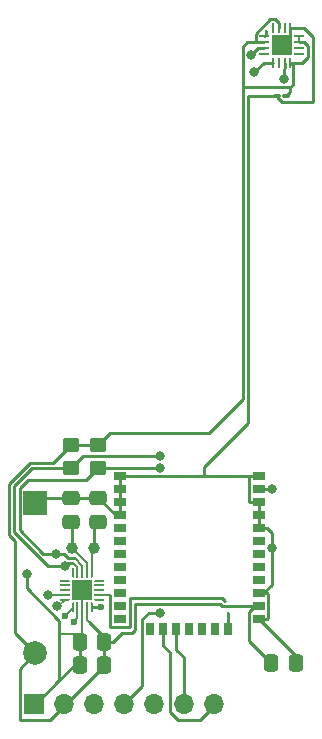
<source format=gtl>
G04 #@! TF.GenerationSoftware,KiCad,Pcbnew,8.0.2-8.0.2-0~ubuntu22.04.1*
G04 #@! TF.CreationDate,2024-06-04T22:33:19-06:00*
G04 #@! TF.ProjectId,sensor_sigfox_1.2,73656e73-6f72-45f7-9369-67666f785f31,rev?*
G04 #@! TF.SameCoordinates,Original*
G04 #@! TF.FileFunction,Copper,L1,Top*
G04 #@! TF.FilePolarity,Positive*
%FSLAX46Y46*%
G04 Gerber Fmt 4.6, Leading zero omitted, Abs format (unit mm)*
G04 Created by KiCad (PCBNEW 8.0.2-8.0.2-0~ubuntu22.04.1) date 2024-06-04 22:33:19*
%MOMM*%
%LPD*%
G01*
G04 APERTURE LIST*
G04 Aperture macros list*
%AMRoundRect*
0 Rectangle with rounded corners*
0 $1 Rounding radius*
0 $2 $3 $4 $5 $6 $7 $8 $9 X,Y pos of 4 corners*
0 Add a 4 corners polygon primitive as box body*
4,1,4,$2,$3,$4,$5,$6,$7,$8,$9,$2,$3,0*
0 Add four circle primitives for the rounded corners*
1,1,$1+$1,$2,$3*
1,1,$1+$1,$4,$5*
1,1,$1+$1,$6,$7*
1,1,$1+$1,$8,$9*
0 Add four rect primitives between the rounded corners*
20,1,$1+$1,$2,$3,$4,$5,0*
20,1,$1+$1,$4,$5,$6,$7,0*
20,1,$1+$1,$6,$7,$8,$9,0*
20,1,$1+$1,$8,$9,$2,$3,0*%
%AMFreePoly0*
4,1,14,0.334644,0.085355,0.385355,0.034644,0.400000,-0.000711,0.400000,-0.050000,0.385355,-0.085355,0.350000,-0.100000,-0.350000,-0.100000,-0.385355,-0.085355,-0.400000,-0.050000,-0.400000,0.050000,-0.385355,0.085355,-0.350000,0.100000,0.299289,0.100000,0.334644,0.085355,0.334644,0.085355,$1*%
%AMFreePoly1*
4,1,14,0.385355,0.085355,0.400000,0.050000,0.400000,0.000711,0.385355,-0.034644,0.334644,-0.085355,0.299289,-0.100000,-0.350000,-0.100000,-0.385355,-0.085355,-0.400000,-0.050000,-0.400000,0.050000,-0.385355,0.085355,-0.350000,0.100000,0.350000,0.100000,0.385355,0.085355,0.385355,0.085355,$1*%
%AMFreePoly2*
4,1,14,0.085355,0.385355,0.100000,0.350000,0.100000,-0.350000,0.085355,-0.385355,0.050000,-0.400000,-0.050000,-0.400000,-0.085355,-0.385355,-0.100000,-0.350000,-0.100000,0.299289,-0.085355,0.334644,-0.034644,0.385355,0.000711,0.400000,0.050000,0.400000,0.085355,0.385355,0.085355,0.385355,$1*%
%AMFreePoly3*
4,1,14,0.034644,0.385355,0.085355,0.334644,0.100000,0.299289,0.100000,-0.350000,0.085355,-0.385355,0.050000,-0.400000,-0.050000,-0.400000,-0.085355,-0.385355,-0.100000,-0.350000,-0.100000,0.350000,-0.085355,0.385355,-0.050000,0.400000,-0.000711,0.400000,0.034644,0.385355,0.034644,0.385355,$1*%
%AMFreePoly4*
4,1,14,0.385355,0.085355,0.400000,0.050000,0.400000,-0.050000,0.385355,-0.085355,0.350000,-0.100000,-0.299289,-0.100000,-0.334644,-0.085355,-0.385355,-0.034644,-0.400000,0.000711,-0.400000,0.050000,-0.385355,0.085355,-0.350000,0.100000,0.350000,0.100000,0.385355,0.085355,0.385355,0.085355,$1*%
%AMFreePoly5*
4,1,14,0.385355,0.085355,0.400000,0.050000,0.400000,-0.050000,0.385355,-0.085355,0.350000,-0.100000,-0.350000,-0.100000,-0.385355,-0.085355,-0.400000,-0.050000,-0.400000,-0.000711,-0.385355,0.034644,-0.334644,0.085355,-0.299289,0.100000,0.350000,0.100000,0.385355,0.085355,0.385355,0.085355,$1*%
%AMFreePoly6*
4,1,14,0.085355,0.385355,0.100000,0.350000,0.100000,-0.299289,0.085355,-0.334644,0.034644,-0.385355,-0.000711,-0.400000,-0.050000,-0.400000,-0.085355,-0.385355,-0.100000,-0.350000,-0.100000,0.350000,-0.085355,0.385355,-0.050000,0.400000,0.050000,0.400000,0.085355,0.385355,0.085355,0.385355,$1*%
%AMFreePoly7*
4,1,14,0.085355,0.385355,0.100000,0.350000,0.100000,-0.350000,0.085355,-0.385355,0.050000,-0.400000,0.000711,-0.400000,-0.034644,-0.385355,-0.085355,-0.334644,-0.100000,-0.299289,-0.100000,0.350000,-0.085355,0.385355,-0.050000,0.400000,0.050000,0.400000,0.085355,0.385355,0.085355,0.385355,$1*%
G04 Aperture macros list end*
G04 #@! TA.AperFunction,ComponentPad*
%ADD10C,1.000000*%
G04 #@! TD*
G04 #@! TA.AperFunction,SMDPad,CuDef*
%ADD11RoundRect,0.250000X-0.337500X-0.475000X0.337500X-0.475000X0.337500X0.475000X-0.337500X0.475000X0*%
G04 #@! TD*
G04 #@! TA.AperFunction,SMDPad,CuDef*
%ADD12RoundRect,0.062500X-0.350000X-0.062500X0.350000X-0.062500X0.350000X0.062500X-0.350000X0.062500X0*%
G04 #@! TD*
G04 #@! TA.AperFunction,SMDPad,CuDef*
%ADD13RoundRect,0.062500X-0.062500X-0.350000X0.062500X-0.350000X0.062500X0.350000X-0.062500X0.350000X0*%
G04 #@! TD*
G04 #@! TA.AperFunction,SMDPad,CuDef*
%ADD14R,1.700000X1.700000*%
G04 #@! TD*
G04 #@! TA.AperFunction,SMDPad,CuDef*
%ADD15RoundRect,0.250000X0.450000X-0.350000X0.450000X0.350000X-0.450000X0.350000X-0.450000X-0.350000X0*%
G04 #@! TD*
G04 #@! TA.AperFunction,SMDPad,CuDef*
%ADD16RoundRect,0.100000X-0.217500X-0.100000X0.217500X-0.100000X0.217500X0.100000X-0.217500X0.100000X0*%
G04 #@! TD*
G04 #@! TA.AperFunction,SMDPad,CuDef*
%ADD17RoundRect,0.250000X-0.475000X0.337500X-0.475000X-0.337500X0.475000X-0.337500X0.475000X0.337500X0*%
G04 #@! TD*
G04 #@! TA.AperFunction,SMDPad,CuDef*
%ADD18RoundRect,0.250000X0.337500X0.475000X-0.337500X0.475000X-0.337500X-0.475000X0.337500X-0.475000X0*%
G04 #@! TD*
G04 #@! TA.AperFunction,SMDPad,CuDef*
%ADD19R,1.000000X0.700000*%
G04 #@! TD*
G04 #@! TA.AperFunction,SMDPad,CuDef*
%ADD20R,0.700000X1.000000*%
G04 #@! TD*
G04 #@! TA.AperFunction,ComponentPad*
%ADD21R,2.000000X2.000000*%
G04 #@! TD*
G04 #@! TA.AperFunction,ComponentPad*
%ADD22C,2.000000*%
G04 #@! TD*
G04 #@! TA.AperFunction,SMDPad,CuDef*
%ADD23FreePoly0,90.000000*%
G04 #@! TD*
G04 #@! TA.AperFunction,SMDPad,CuDef*
%ADD24RoundRect,0.050000X0.050000X-0.350000X0.050000X0.350000X-0.050000X0.350000X-0.050000X-0.350000X0*%
G04 #@! TD*
G04 #@! TA.AperFunction,SMDPad,CuDef*
%ADD25FreePoly1,90.000000*%
G04 #@! TD*
G04 #@! TA.AperFunction,SMDPad,CuDef*
%ADD26FreePoly2,90.000000*%
G04 #@! TD*
G04 #@! TA.AperFunction,SMDPad,CuDef*
%ADD27RoundRect,0.050000X0.350000X-0.050000X0.350000X0.050000X-0.350000X0.050000X-0.350000X-0.050000X0*%
G04 #@! TD*
G04 #@! TA.AperFunction,SMDPad,CuDef*
%ADD28FreePoly3,90.000000*%
G04 #@! TD*
G04 #@! TA.AperFunction,SMDPad,CuDef*
%ADD29FreePoly4,90.000000*%
G04 #@! TD*
G04 #@! TA.AperFunction,SMDPad,CuDef*
%ADD30FreePoly5,90.000000*%
G04 #@! TD*
G04 #@! TA.AperFunction,SMDPad,CuDef*
%ADD31FreePoly6,90.000000*%
G04 #@! TD*
G04 #@! TA.AperFunction,SMDPad,CuDef*
%ADD32FreePoly7,90.000000*%
G04 #@! TD*
G04 #@! TA.AperFunction,ComponentPad*
%ADD33R,1.700000X1.700000*%
G04 #@! TD*
G04 #@! TA.AperFunction,ComponentPad*
%ADD34O,1.700000X1.700000*%
G04 #@! TD*
G04 #@! TA.AperFunction,ViaPad*
%ADD35C,0.800000*%
G04 #@! TD*
G04 #@! TA.AperFunction,ViaPad*
%ADD36C,0.300000*%
G04 #@! TD*
G04 #@! TA.AperFunction,ViaPad*
%ADD37C,0.600000*%
G04 #@! TD*
G04 #@! TA.AperFunction,Conductor*
%ADD38C,0.250000*%
G04 #@! TD*
G04 #@! TA.AperFunction,Conductor*
%ADD39C,0.160000*%
G04 #@! TD*
G04 #@! TA.AperFunction,Conductor*
%ADD40C,0.150000*%
G04 #@! TD*
G04 APERTURE END LIST*
D10*
X121365000Y-80889000D03*
X119465000Y-80889000D03*
D11*
X120127500Y-88889000D03*
X122202500Y-88889000D03*
D12*
X135762500Y-37591802D03*
X135762500Y-38091802D03*
X135762500Y-38591802D03*
X135762500Y-39091802D03*
D13*
X136475000Y-39804302D03*
X136975000Y-39804302D03*
X137475000Y-39804302D03*
X137975000Y-39804302D03*
D12*
X138687500Y-39091802D03*
X138687500Y-38591802D03*
X138687500Y-38091802D03*
X138687500Y-37591802D03*
D13*
X137975000Y-36879302D03*
X137475000Y-36879302D03*
X136975000Y-36879302D03*
X136475000Y-36879302D03*
D14*
X137225000Y-38341802D03*
D11*
X120127500Y-90786000D03*
X122202500Y-90786000D03*
D15*
X119415000Y-74139000D03*
X119415000Y-72139000D03*
D16*
X137617000Y-42639000D03*
X136802000Y-42639000D03*
D17*
X119415000Y-76639000D03*
X119415000Y-78714000D03*
X121665000Y-76639000D03*
X121665000Y-78714000D03*
D18*
X138415000Y-90639000D03*
X136340000Y-90639000D03*
D19*
X123555000Y-74839000D03*
X123555000Y-75939000D03*
X123555000Y-77039000D03*
X123555000Y-78139000D03*
X123555000Y-79239000D03*
X123555000Y-80339000D03*
X123555000Y-81439000D03*
X123555000Y-82539000D03*
X123555000Y-83639000D03*
X123555000Y-84739000D03*
X123555000Y-85839000D03*
X123555000Y-86939000D03*
D20*
X126115000Y-87749000D03*
X127215000Y-87749000D03*
X128315000Y-87749000D03*
X129415000Y-87749000D03*
X130515000Y-87749000D03*
X131615000Y-87749000D03*
X132715000Y-87749000D03*
D19*
X135275000Y-86939000D03*
X135275000Y-85839000D03*
X135275000Y-84739000D03*
X135275000Y-83639000D03*
X135275000Y-82539000D03*
X135275000Y-81439000D03*
X135275000Y-80339000D03*
X135275000Y-79239000D03*
X135275000Y-78139000D03*
X135275000Y-77039000D03*
X135275000Y-75939000D03*
X135275000Y-74839000D03*
D21*
X116382156Y-77125150D03*
D22*
X116382156Y-89825150D03*
D15*
X121665000Y-74139000D03*
X121665000Y-72139000D03*
D23*
X119540000Y-85914000D03*
D24*
X119940000Y-85914000D03*
X120340000Y-85914000D03*
X120740000Y-85914000D03*
D25*
X121140000Y-85914000D03*
D26*
X121790000Y-85264000D03*
D27*
X121790000Y-84864000D03*
X121790000Y-84464000D03*
X121790000Y-84064000D03*
D28*
X121790000Y-83664000D03*
D29*
X121140000Y-83014000D03*
D24*
X120740000Y-83014000D03*
X120340000Y-83014000D03*
X119940000Y-83014000D03*
D30*
X119540000Y-83014000D03*
D31*
X118890000Y-83664000D03*
D27*
X118890000Y-84064000D03*
X118890000Y-84464000D03*
X118890000Y-84864000D03*
D32*
X118890000Y-85264000D03*
D14*
X120340000Y-84464000D03*
D33*
X116230000Y-94139000D03*
D34*
X118770000Y-94139000D03*
X121310000Y-94139000D03*
X123850000Y-94139000D03*
X126390000Y-94139000D03*
X128930000Y-94139000D03*
X131470000Y-94139000D03*
D35*
X137440000Y-41164000D03*
X118873397Y-82439000D03*
X118165000Y-81389000D03*
X126915000Y-86389000D03*
X118216777Y-85837223D03*
X117415000Y-84889000D03*
X115665000Y-83139000D03*
X126915000Y-74114000D03*
X126915000Y-73113997D03*
X136415000Y-80889000D03*
D36*
X132415000Y-85364000D03*
X132715000Y-86364000D03*
D35*
X136415000Y-75889000D03*
X134665000Y-39139000D03*
X134920283Y-40608412D03*
D37*
X121915000Y-85914000D03*
X118915000Y-86639000D03*
X119665000Y-87139000D03*
D36*
X135919907Y-37143907D03*
D38*
X134665000Y-39139000D02*
X135212198Y-38591802D01*
X135212198Y-38591802D02*
X135762500Y-38591802D01*
X134920283Y-40608412D02*
X135724393Y-39804302D01*
X135724393Y-39804302D02*
X136475000Y-39804302D01*
X137475000Y-40266542D02*
X137475000Y-39804302D01*
X137440000Y-40301542D02*
X137475000Y-40266542D01*
X137440000Y-41164000D02*
X137440000Y-40301542D01*
X137975000Y-39804302D02*
X138165000Y-39994302D01*
X138165000Y-39994302D02*
X138165000Y-41699000D01*
X138165000Y-41699000D02*
X137975000Y-41889000D01*
X136802000Y-42639000D02*
X136802000Y-42745312D01*
X136802000Y-42745312D02*
X137220688Y-43164000D01*
X137220688Y-43164000D02*
X139850000Y-43164000D01*
X139092500Y-36879302D02*
X137975000Y-36879302D01*
X139850000Y-43164000D02*
X139875000Y-43139000D01*
X139875000Y-43139000D02*
X139875000Y-37661802D01*
X139875000Y-37661802D02*
X139092500Y-36879302D01*
X117465000Y-82439000D02*
X114607156Y-79581156D01*
X118873397Y-82439000D02*
X117465000Y-82439000D01*
X119128397Y-82184000D02*
X119500294Y-82184000D01*
X118873397Y-82439000D02*
X119128397Y-82184000D01*
X114607156Y-79581156D02*
X114607156Y-75660448D01*
X114607156Y-75660448D02*
X116128604Y-74139000D01*
X116128604Y-74139000D02*
X119415000Y-74139000D01*
X118165000Y-81389000D02*
X117051396Y-81389000D01*
X117051396Y-81389000D02*
X115057156Y-79394760D01*
X118165000Y-81389000D02*
X118798273Y-81389000D01*
X118798273Y-81389000D02*
X119143273Y-81734000D01*
X119143273Y-81734000D02*
X119694410Y-81734000D01*
X127165000Y-86389000D02*
X126415000Y-86389000D01*
X126915000Y-86389000D02*
X127165000Y-86389000D01*
X125975000Y-86389000D02*
X126915000Y-86389000D01*
X125440000Y-86924000D02*
X125975000Y-86389000D01*
X125440000Y-92549000D02*
X125440000Y-86924000D01*
X123850000Y-94139000D02*
X125440000Y-92549000D01*
D39*
X119694410Y-81779000D02*
X120340000Y-82424590D01*
X120340000Y-82424590D02*
X120340000Y-83014000D01*
D38*
X122202500Y-88889000D02*
X122915000Y-88889000D01*
X124830000Y-85639000D02*
X132018248Y-85639000D01*
X122915000Y-88889000D02*
X123740000Y-88064000D01*
X124566396Y-88064000D02*
X124830000Y-87800396D01*
X132018248Y-85639000D02*
X132218248Y-85839000D01*
X123740000Y-88064000D02*
X124566396Y-88064000D01*
X124830000Y-87800396D02*
X124830000Y-85639000D01*
X132218248Y-85839000D02*
X135275000Y-85839000D01*
X122665000Y-84889000D02*
X122665000Y-87549000D01*
X122665000Y-87549000D02*
X122730000Y-87614000D01*
X122730000Y-87614000D02*
X124380000Y-87614000D01*
X132165000Y-85139000D02*
X132415000Y-85389000D01*
X124380000Y-87614000D02*
X124380000Y-85139000D01*
X124380000Y-85139000D02*
X132165000Y-85139000D01*
X121915000Y-85914000D02*
X121165000Y-85914000D01*
D39*
X119665000Y-87139000D02*
X119940000Y-86864000D01*
X119940000Y-86864000D02*
X119940000Y-85914000D01*
X118915000Y-86639000D02*
X119540000Y-86014000D01*
X119540000Y-86014000D02*
X119540000Y-85914000D01*
X118316777Y-85837223D02*
X118890000Y-85264000D01*
X118216777Y-85837223D02*
X118316777Y-85837223D01*
X117415000Y-84889000D02*
X117440000Y-84864000D01*
X118890000Y-84864000D02*
X117440000Y-84864000D01*
D38*
X115665000Y-83139000D02*
X115665000Y-84310752D01*
X115665000Y-84310752D02*
X118415000Y-87060752D01*
X118415000Y-87060752D02*
X118415000Y-88139000D01*
X126915000Y-73113997D02*
X126889997Y-73139000D01*
X120415000Y-73139000D02*
X119415000Y-74139000D01*
X126889997Y-73139000D02*
X120415000Y-73139000D01*
X126915000Y-74114000D02*
X126890000Y-74139000D01*
X126890000Y-74139000D02*
X121665000Y-74139000D01*
X133940000Y-39664000D02*
X133915000Y-39689000D01*
X133915000Y-68294289D02*
X131070289Y-71139000D01*
X131070289Y-71139000D02*
X122665000Y-71139000D01*
X122665000Y-71139000D02*
X121665000Y-72139000D01*
X136415000Y-79629000D02*
X136025000Y-79239000D01*
X135275000Y-77039000D02*
X134525000Y-77039000D01*
D39*
X136475000Y-39091802D02*
X137225000Y-38341802D01*
D38*
X135275000Y-79239000D02*
X135275000Y-78139000D01*
X136025000Y-84739000D02*
X136100000Y-84814000D01*
X120127500Y-90786000D02*
X120127500Y-88889000D01*
X118415000Y-92095802D02*
X116230000Y-94280802D01*
X135275000Y-77039000D02*
X135275000Y-78139000D01*
X130665000Y-74025396D02*
X134415000Y-70275396D01*
X123555000Y-78139000D02*
X123555000Y-74839000D01*
D40*
X137475000Y-38591802D02*
X137225000Y-38341802D01*
D38*
X134450000Y-76964000D02*
X134450000Y-74914000D01*
X119415000Y-76639000D02*
X121665000Y-76639000D01*
X137925000Y-37641802D02*
X137225000Y-38341802D01*
X136415000Y-83999000D02*
X135675000Y-84739000D01*
X137925000Y-36929302D02*
X137925000Y-37641802D01*
X123165000Y-78139000D02*
X123555000Y-78139000D01*
X123555000Y-74839000D02*
X130665000Y-74839000D01*
X134525000Y-77039000D02*
X134450000Y-76964000D01*
X121665000Y-76639000D02*
X123165000Y-78139000D01*
D40*
X137975000Y-37591802D02*
X137225000Y-38341802D01*
D38*
X136100000Y-86864000D02*
X136025000Y-86939000D01*
D40*
X136475000Y-37591802D02*
X137225000Y-38341802D01*
D38*
X130665000Y-74839000D02*
X135275000Y-74839000D01*
X135275000Y-86939000D02*
X138415000Y-90079000D01*
X138415000Y-90079000D02*
X138415000Y-90639000D01*
X116915000Y-76639000D02*
X116665000Y-76889000D01*
X134450000Y-74914000D02*
X134525000Y-74839000D01*
X134415000Y-70275396D02*
X134415000Y-42639000D01*
X137975000Y-36879302D02*
X137925000Y-36929302D01*
X136415000Y-80889000D02*
X136415000Y-83999000D01*
X136415000Y-80889000D02*
X136415000Y-79629000D01*
D39*
X120340000Y-88139000D02*
X118415000Y-88139000D01*
D38*
X135675000Y-84739000D02*
X135275000Y-84739000D01*
D40*
X137975000Y-39091802D02*
X137225000Y-38341802D01*
D39*
X120340000Y-85914000D02*
X120340000Y-84464000D01*
D38*
X118415000Y-88139000D02*
X118415000Y-92095802D01*
D40*
X137475000Y-38091802D02*
X137225000Y-38341802D01*
D38*
X136100000Y-84814000D02*
X136100000Y-86864000D01*
D39*
X120340000Y-85914000D02*
X120340000Y-88139000D01*
D38*
X130665000Y-74839000D02*
X130665000Y-74025396D01*
X119415000Y-76639000D02*
X116915000Y-76639000D01*
X137950000Y-37616802D02*
X137225000Y-38341802D01*
X119724802Y-90786000D02*
X118415000Y-92095802D01*
X136025000Y-86939000D02*
X135275000Y-86939000D01*
X135275000Y-84739000D02*
X136025000Y-84739000D01*
X134525000Y-74839000D02*
X135275000Y-74839000D01*
X120127500Y-90786000D02*
X119724802Y-90786000D01*
X136025000Y-79239000D02*
X135275000Y-79239000D01*
X135762500Y-38091802D02*
X135165000Y-38091802D01*
X115055000Y-95412604D02*
X115055000Y-91152306D01*
X139425000Y-39316542D02*
X139425000Y-38367062D01*
X118770000Y-94280802D02*
X117595000Y-95455802D01*
X139425000Y-38367062D02*
X139149740Y-38091802D01*
X122202500Y-90786000D02*
X122202500Y-90848302D01*
X116382156Y-89825150D02*
X114665000Y-88107994D01*
X136699740Y-36141802D02*
X136250260Y-36141802D01*
X134450000Y-86354000D02*
X134965000Y-85839000D01*
D39*
X120915000Y-87139000D02*
X120740000Y-86964000D01*
D38*
X138937240Y-39804302D02*
X139425000Y-39316542D01*
X133940000Y-38442248D02*
X133940000Y-39664000D01*
X122202500Y-90848302D02*
X118770000Y-94280802D01*
X117595000Y-95455802D02*
X115098198Y-95455802D01*
X137975000Y-39804302D02*
X138937240Y-39804302D01*
X134450000Y-88749000D02*
X134450000Y-86354000D01*
X135762500Y-38091802D02*
X134290446Y-38091802D01*
X122202500Y-88426500D02*
X120915000Y-87139000D01*
X115098198Y-95455802D02*
X115055000Y-95412604D01*
X135025000Y-37367062D02*
X135025000Y-37951802D01*
X122202500Y-90786000D02*
X122202500Y-88889000D01*
X134965000Y-85839000D02*
X135275000Y-85839000D01*
X122202500Y-88889000D02*
X122202500Y-88426500D01*
X115055000Y-91152306D02*
X116382156Y-89825150D01*
X139149740Y-38091802D02*
X138687500Y-38091802D01*
X136340000Y-90639000D02*
X134450000Y-88749000D01*
X114665000Y-88107994D02*
X114665000Y-80275396D01*
X135025000Y-37951802D02*
X135165000Y-38091802D01*
X117865000Y-73689000D02*
X119415000Y-72139000D01*
X136975000Y-36879302D02*
X136975000Y-36417062D01*
X136975000Y-36417062D02*
X136699740Y-36141802D01*
X136250260Y-36141802D02*
X135025000Y-37367062D01*
X134290446Y-38091802D02*
X133940000Y-38442248D01*
X114665000Y-80275396D02*
X114157156Y-79767552D01*
X115942208Y-73689000D02*
X117865000Y-73689000D01*
X114157156Y-75474052D02*
X115942208Y-73689000D01*
D39*
X120740000Y-86964000D02*
X120740000Y-85914000D01*
X138687500Y-38091802D02*
X138687500Y-37591802D01*
D38*
X114157156Y-79767552D02*
X114157156Y-75474052D01*
X121665000Y-72139000D02*
X119415000Y-72139000D01*
X119465000Y-80889000D02*
X119465000Y-78764000D01*
D39*
X119465000Y-80889000D02*
X120740000Y-82164000D01*
D38*
X119465000Y-78764000D02*
X119415000Y-78714000D01*
D39*
X120740000Y-82164000D02*
X120740000Y-83014000D01*
D38*
X132715000Y-86364000D02*
X132715000Y-87749000D01*
D39*
X121790000Y-84864000D02*
X122640000Y-84864000D01*
X122640000Y-84864000D02*
X122665000Y-84889000D01*
D38*
X136365000Y-75939000D02*
X136415000Y-75889000D01*
X135275000Y-75939000D02*
X136365000Y-75939000D01*
D39*
X119940000Y-82533706D02*
X119545294Y-82139000D01*
X119940000Y-83014000D02*
X119940000Y-82533706D01*
D38*
X128930000Y-90154000D02*
X128315000Y-89539000D01*
X128930000Y-94280802D02*
X128930000Y-90154000D01*
X128315000Y-89539000D02*
X128315000Y-87749000D01*
X127215000Y-87749000D02*
X127215000Y-89189000D01*
X128443299Y-95455802D02*
X130295000Y-95455802D01*
X130295000Y-95455802D02*
X131470000Y-94280802D01*
X127755000Y-89729000D02*
X127755000Y-94767503D01*
X127755000Y-94767503D02*
X128443299Y-95455802D01*
X127215000Y-89189000D02*
X127755000Y-89729000D01*
X135919907Y-37434395D02*
X135762500Y-37591802D01*
X135919907Y-37143907D02*
X135919907Y-37434395D01*
D39*
X121140000Y-83014000D02*
X121140000Y-81114000D01*
D38*
X121365000Y-79014000D02*
X121665000Y-78714000D01*
X121365000Y-80889000D02*
X121365000Y-79014000D01*
D39*
X121140000Y-81114000D02*
X121365000Y-80889000D01*
D38*
X115057156Y-75846844D02*
X115765000Y-75139000D01*
X115057156Y-79394760D02*
X115057156Y-75846844D01*
X115765000Y-75139000D02*
X120665000Y-75139000D01*
X120665000Y-75139000D02*
X121665000Y-74139000D01*
X137975000Y-41889000D02*
X133915000Y-41889000D01*
X133915000Y-41889000D02*
X133915000Y-68294289D01*
X133915000Y-39689000D02*
X133915000Y-41889000D01*
X136802000Y-42639000D02*
X134415000Y-42639000D01*
X137975000Y-42281000D02*
X137975000Y-41889000D01*
X137617000Y-42639000D02*
X137975000Y-42281000D01*
M02*

</source>
